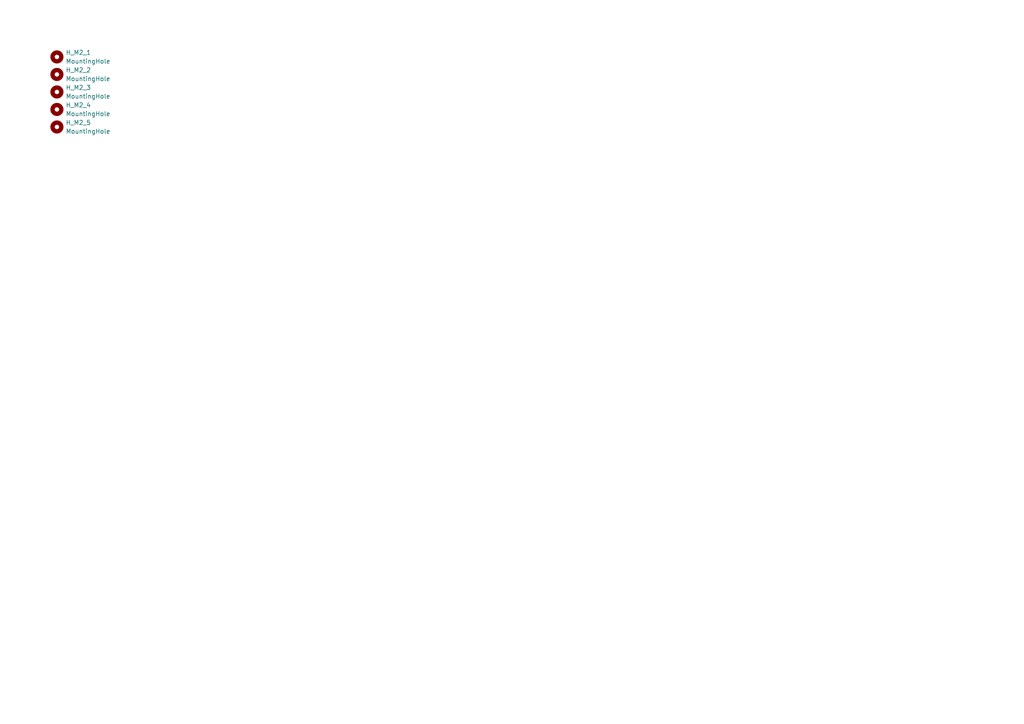
<source format=kicad_sch>
(kicad_sch (version 20231120) (generator "eeschema") (generator_version "8.0")
  (paper "A4")
  (title_block (date "2024-08-25") (rev "1.0"))
  (lib_symbols
    (symbol "Mechanical:MountingHole" (pin_names (offset 1.016)) (exclude_from_sim yes) (in_bom no)
      (property "Reference" "H" (at 0 5.08 0))
      (property "Value" "MountingHole" (at 0 3.175 0))
      (symbol "MountingHole_0_1"
        (circle (center 0 0) (radius 1.27) (stroke (width 1.27)))
      )
    )
  )
  (symbol (lib_id "Mechanical:MountingHole") (at 16.51 31.75 0) (unit 1) (exclude_from_sim yes) (in_bom no)
    (property "Reference" "H_M2_4" (at 19.05 30.4799 0) (effects (justify left)))
    (property "Value" "MountingHole" (at 19.05 33.0199 0) (effects (justify left)))
    (property "Footprint" "MountingHole:MountingHole_2.2mm_M2" (effects (hide yes)))
    (property "Description" "Mounting Hole without connection" (effects (hide yes)))
  )
  (symbol (lib_id "Mechanical:MountingHole") (at 16.51 36.83 0) (unit 1) (exclude_from_sim yes) (in_bom no)
    (property "Reference" "H_M2_5" (at 19.05 35.5599 0) (effects (justify left)))
    (property "Value" "MountingHole" (at 19.05 38.0999 0) (effects (justify left)))
    (property "Footprint" "MountingHole:MountingHole_2.2mm_M2" (effects (hide yes)))
    (property "Description" "Mounting Hole without connection" (effects (hide yes)))
  )
  (symbol (lib_id "Mechanical:MountingHole") (at 16.51 16.51 0) (unit 1) (exclude_from_sim yes) (in_bom no)
    (property "Reference" "H_M2_1" (at 19.05 15.2399 0) (effects (justify left)))
    (property "Value" "MountingHole" (at 19.05 17.7799 0) (effects (justify left)))
    (property "Footprint" "MountingHole:MountingHole_2.2mm_M2" (effects (hide yes)))
    (property "Description" "Mounting Hole without connection" (effects (hide yes)))
  )
  (symbol (lib_id "Mechanical:MountingHole") (at 16.51 26.67 0) (unit 1) (exclude_from_sim yes) (in_bom no)
    (property "Reference" "H_M2_3" (at 19.05 25.3999 0) (effects (justify left)))
    (property "Value" "MountingHole" (at 19.05 27.9399 0) (effects (justify left)))
    (property "Footprint" "MountingHole:MountingHole_2.2mm_M2" (effects (hide yes)))
    (property "Description" "Mounting Hole without connection" (effects (hide yes)))
  )
  (symbol (lib_id "Mechanical:MountingHole") (at 16.51 21.59 0) (unit 1) (exclude_from_sim yes) (in_bom no)
    (property "Reference" "H_M2_2" (at 19.05 20.3199 0) (effects (justify left)))
    (property "Value" "MountingHole" (at 19.05 22.8599 0) (effects (justify left)))
    (property "Footprint" "MountingHole:MountingHole_2.2mm_M2" (effects (hide yes)))
    (property "Description" "Mounting Hole without connection" (effects (hide yes)))
  )
)
</source>
